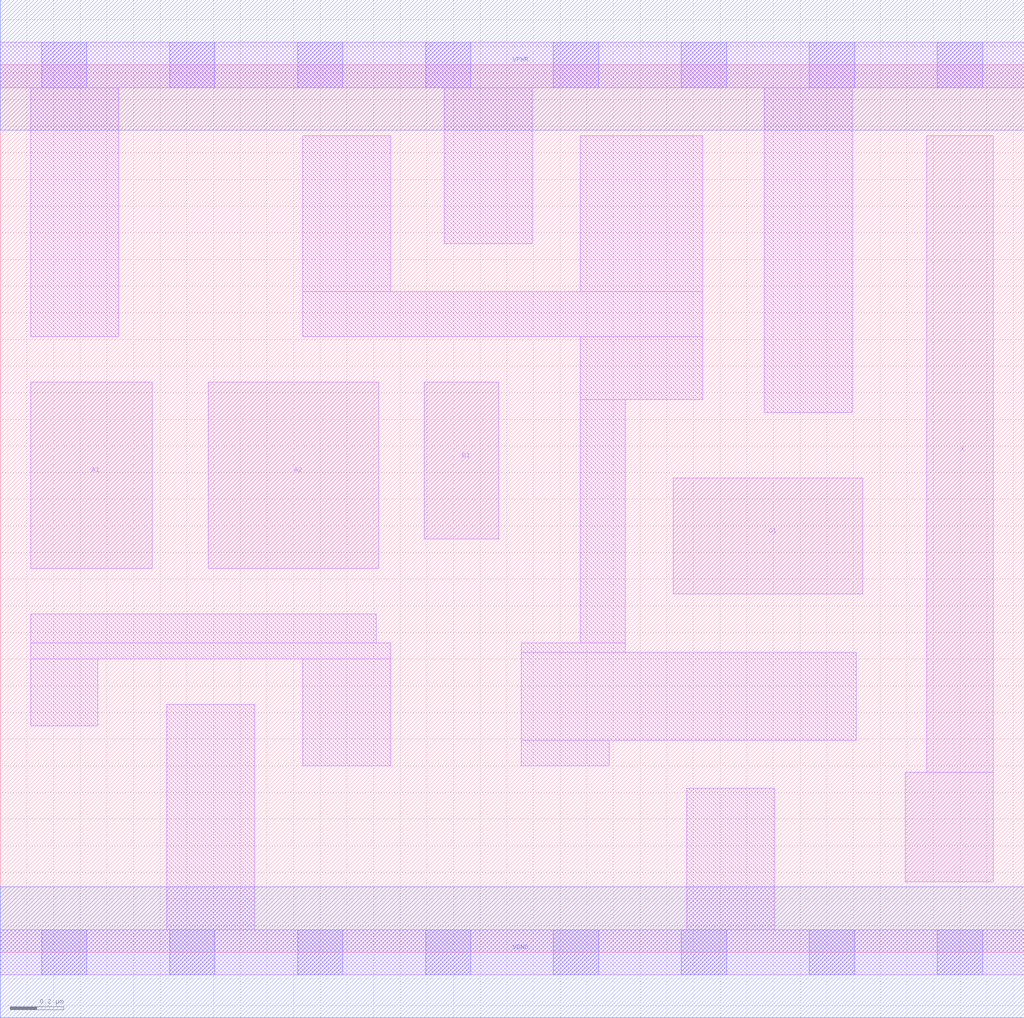
<source format=lef>
# Copyright 2020 The SkyWater PDK Authors
#
# Licensed under the Apache License, Version 2.0 (the "License");
# you may not use this file except in compliance with the License.
# You may obtain a copy of the License at
#
#     https://www.apache.org/licenses/LICENSE-2.0
#
# Unless required by applicable law or agreed to in writing, software
# distributed under the License is distributed on an "AS IS" BASIS,
# WITHOUT WARRANTIES OR CONDITIONS OF ANY KIND, either express or implied.
# See the License for the specific language governing permissions and
# limitations under the License.
#
# SPDX-License-Identifier: Apache-2.0

VERSION 5.7 ;
  NAMESCASESENSITIVE ON ;
  NOWIREEXTENSIONATPIN ON ;
  DIVIDERCHAR "/" ;
  BUSBITCHARS "[]" ;
UNITS
  DATABASE MICRONS 200 ;
END UNITS
MACRO sky130_fd_sc_lp__o211a_lp
  CLASS CORE ;
  SOURCE USER ;
  FOREIGN sky130_fd_sc_lp__o211a_lp ;
  ORIGIN  0.000000  0.000000 ;
  SIZE  3.840000 BY  3.330000 ;
  SYMMETRY X Y R90 ;
  SITE unit ;
  PIN A1
    ANTENNAGATEAREA  0.313000 ;
    DIRECTION INPUT ;
    USE SIGNAL ;
    PORT
      LAYER li1 ;
        RECT 0.115000 1.440000 0.570000 2.140000 ;
    END
  END A1
  PIN A2
    ANTENNAGATEAREA  0.313000 ;
    DIRECTION INPUT ;
    USE SIGNAL ;
    PORT
      LAYER li1 ;
        RECT 0.780000 1.440000 1.420000 2.140000 ;
    END
  END A2
  PIN B1
    ANTENNAGATEAREA  0.313000 ;
    DIRECTION INPUT ;
    USE SIGNAL ;
    PORT
      LAYER li1 ;
        RECT 1.590000 1.550000 1.870000 2.140000 ;
    END
  END B1
  PIN C1
    ANTENNAGATEAREA  0.313000 ;
    DIRECTION INPUT ;
    USE SIGNAL ;
    PORT
      LAYER li1 ;
        RECT 2.525000 1.345000 3.235000 1.780000 ;
    END
  END C1
  PIN X
    ANTENNADIFFAREA  0.404700 ;
    DIRECTION OUTPUT ;
    USE SIGNAL ;
    PORT
      LAYER li1 ;
        RECT 3.395000 0.265000 3.725000 0.675000 ;
        RECT 3.475000 0.675000 3.725000 3.065000 ;
    END
  END X
  PIN VGND
    DIRECTION INOUT ;
    USE GROUND ;
    PORT
      LAYER met1 ;
        RECT 0.000000 -0.245000 3.840000 0.245000 ;
    END
  END VGND
  PIN VPWR
    DIRECTION INOUT ;
    USE POWER ;
    PORT
      LAYER met1 ;
        RECT 0.000000 3.085000 3.840000 3.575000 ;
    END
  END VPWR
  OBS
    LAYER li1 ;
      RECT 0.000000 -0.085000 3.840000 0.085000 ;
      RECT 0.000000  3.245000 3.840000 3.415000 ;
      RECT 0.115000  0.850000 0.365000 1.100000 ;
      RECT 0.115000  1.100000 1.465000 1.160000 ;
      RECT 0.115000  1.160000 1.410000 1.270000 ;
      RECT 0.115000  2.310000 0.445000 3.245000 ;
      RECT 0.625000  0.085000 0.955000 0.930000 ;
      RECT 1.135000  0.700000 1.465000 1.100000 ;
      RECT 1.135000  2.310000 2.635000 2.480000 ;
      RECT 1.135000  2.480000 1.465000 3.065000 ;
      RECT 1.665000  2.660000 1.995000 3.245000 ;
      RECT 1.955000  0.700000 2.285000 0.795000 ;
      RECT 1.955000  0.795000 3.210000 1.125000 ;
      RECT 1.955000  1.125000 2.345000 1.160000 ;
      RECT 2.175000  1.160000 2.345000 2.075000 ;
      RECT 2.175000  2.075000 2.635000 2.310000 ;
      RECT 2.175000  2.480000 2.635000 3.065000 ;
      RECT 2.575000  0.085000 2.905000 0.615000 ;
      RECT 2.865000  2.025000 3.195000 3.245000 ;
    LAYER mcon ;
      RECT 0.155000 -0.085000 0.325000 0.085000 ;
      RECT 0.155000  3.245000 0.325000 3.415000 ;
      RECT 0.635000 -0.085000 0.805000 0.085000 ;
      RECT 0.635000  3.245000 0.805000 3.415000 ;
      RECT 1.115000 -0.085000 1.285000 0.085000 ;
      RECT 1.115000  3.245000 1.285000 3.415000 ;
      RECT 1.595000 -0.085000 1.765000 0.085000 ;
      RECT 1.595000  3.245000 1.765000 3.415000 ;
      RECT 2.075000 -0.085000 2.245000 0.085000 ;
      RECT 2.075000  3.245000 2.245000 3.415000 ;
      RECT 2.555000 -0.085000 2.725000 0.085000 ;
      RECT 2.555000  3.245000 2.725000 3.415000 ;
      RECT 3.035000 -0.085000 3.205000 0.085000 ;
      RECT 3.035000  3.245000 3.205000 3.415000 ;
      RECT 3.515000 -0.085000 3.685000 0.085000 ;
      RECT 3.515000  3.245000 3.685000 3.415000 ;
  END
END sky130_fd_sc_lp__o211a_lp

</source>
